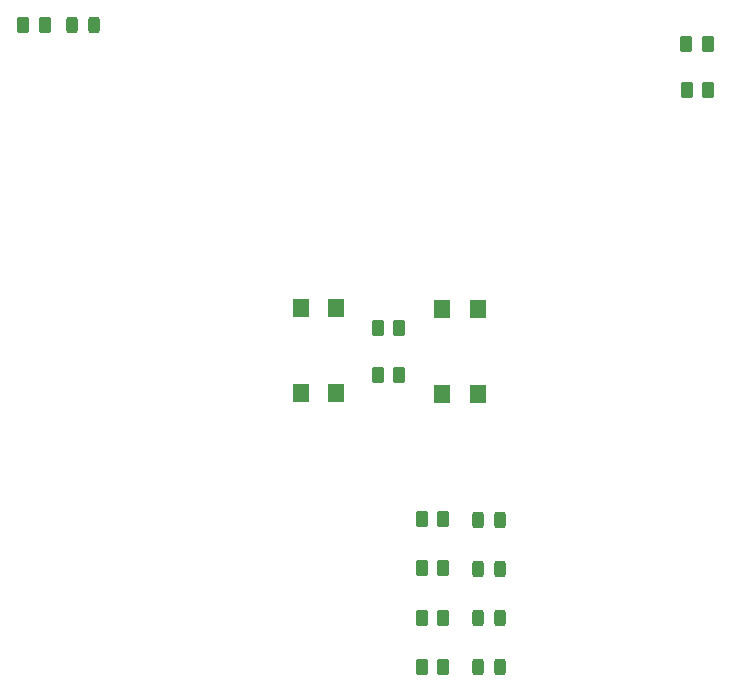
<source format=gbr>
%TF.GenerationSoftware,KiCad,Pcbnew,8.0.4-8.0.4-0~ubuntu22.04.1*%
%TF.CreationDate,2024-07-18T16:31:12+02:00*%
%TF.ProjectId,DevBoardESP32XIAO,44657642-6f61-4726-9445-535033325849,1.3*%
%TF.SameCoordinates,Original*%
%TF.FileFunction,Paste,Top*%
%TF.FilePolarity,Positive*%
%FSLAX46Y46*%
G04 Gerber Fmt 4.6, Leading zero omitted, Abs format (unit mm)*
G04 Created by KiCad (PCBNEW 8.0.4-8.0.4-0~ubuntu22.04.1) date 2024-07-18 16:31:12*
%MOMM*%
%LPD*%
G01*
G04 APERTURE LIST*
G04 Aperture macros list*
%AMRoundRect*
0 Rectangle with rounded corners*
0 $1 Rounding radius*
0 $2 $3 $4 $5 $6 $7 $8 $9 X,Y pos of 4 corners*
0 Add a 4 corners polygon primitive as box body*
4,1,4,$2,$3,$4,$5,$6,$7,$8,$9,$2,$3,0*
0 Add four circle primitives for the rounded corners*
1,1,$1+$1,$2,$3*
1,1,$1+$1,$4,$5*
1,1,$1+$1,$6,$7*
1,1,$1+$1,$8,$9*
0 Add four rect primitives between the rounded corners*
20,1,$1+$1,$2,$3,$4,$5,0*
20,1,$1+$1,$4,$5,$6,$7,0*
20,1,$1+$1,$6,$7,$8,$9,0*
20,1,$1+$1,$8,$9,$2,$3,0*%
G04 Aperture macros list end*
%ADD10RoundRect,0.250000X-0.262500X-0.450000X0.262500X-0.450000X0.262500X0.450000X-0.262500X0.450000X0*%
%ADD11RoundRect,0.243750X-0.243750X-0.456250X0.243750X-0.456250X0.243750X0.456250X-0.243750X0.456250X0*%
%ADD12R,1.400000X1.600000*%
G04 APERTURE END LIST*
D10*
%TO.C,R9*%
X38741000Y-26801000D03*
X40566000Y-26801000D03*
%TD*%
D11*
%TO.C,D3*%
X77248500Y-77036000D03*
X79123500Y-77036000D03*
%TD*%
D10*
%TO.C,R5*%
X72461000Y-68661000D03*
X74286000Y-68661000D03*
%TD*%
D11*
%TO.C,D5*%
X42826000Y-26846000D03*
X44701000Y-26846000D03*
%TD*%
D10*
%TO.C,R8*%
X72461000Y-81211000D03*
X74286000Y-81211000D03*
%TD*%
D12*
%TO.C,S2*%
X74186000Y-50873500D03*
X74186000Y-58073500D03*
X77186000Y-50873500D03*
X77186000Y-58073500D03*
%TD*%
D10*
%TO.C,R3*%
X68736000Y-56461000D03*
X70561000Y-56461000D03*
%TD*%
%TO.C,R4*%
X68736000Y-52511000D03*
X70561000Y-52511000D03*
%TD*%
D11*
%TO.C,D1*%
X77248500Y-68736000D03*
X79123500Y-68736000D03*
%TD*%
D12*
%TO.C,S1*%
X62211000Y-50761000D03*
X62211000Y-57961000D03*
X65211000Y-50761000D03*
X65211000Y-57961000D03*
%TD*%
D11*
%TO.C,D2*%
X77248500Y-72886000D03*
X79123500Y-72886000D03*
%TD*%
D10*
%TO.C,R2*%
X94886000Y-32311000D03*
X96711000Y-32311000D03*
%TD*%
D11*
%TO.C,D4*%
X77248500Y-81186000D03*
X79123500Y-81186000D03*
%TD*%
D10*
%TO.C,R7*%
X72461000Y-77027700D03*
X74286000Y-77027700D03*
%TD*%
%TO.C,R1*%
X94861000Y-28461000D03*
X96686000Y-28461000D03*
%TD*%
%TO.C,R6*%
X72461000Y-72844300D03*
X74286000Y-72844300D03*
%TD*%
M02*

</source>
